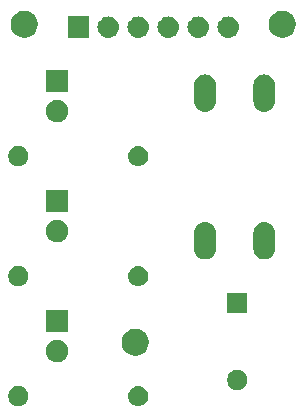
<source format=gbs>
G04 #@! TF.GenerationSoftware,KiCad,Pcbnew,(5.1.2)-1*
G04 #@! TF.CreationDate,2024-09-09T18:42:11+01:00*
G04 #@! TF.ProjectId,Starter_PCB01,53746172-7465-4725-9f50-434230312e6b,rev?*
G04 #@! TF.SameCoordinates,Original*
G04 #@! TF.FileFunction,Soldermask,Bot*
G04 #@! TF.FilePolarity,Negative*
%FSLAX46Y46*%
G04 Gerber Fmt 4.6, Leading zero omitted, Abs format (unit mm)*
G04 Created by KiCad (PCBNEW (5.1.2)-1) date 2024-09-09 18:42:11*
%MOMM*%
%LPD*%
G04 APERTURE LIST*
%ADD10C,0.150000*%
G04 APERTURE END LIST*
D10*
G36*
X158154823Y-102793313D02*
G01*
X158315242Y-102841976D01*
X158382361Y-102877852D01*
X158463078Y-102920996D01*
X158592659Y-103027341D01*
X158699004Y-103156922D01*
X158699005Y-103156924D01*
X158778024Y-103304758D01*
X158826687Y-103465177D01*
X158843117Y-103632000D01*
X158826687Y-103798823D01*
X158778024Y-103959242D01*
X158737477Y-104035100D01*
X158699004Y-104107078D01*
X158592659Y-104236659D01*
X158463078Y-104343004D01*
X158463076Y-104343005D01*
X158315242Y-104422024D01*
X158154823Y-104470687D01*
X158029804Y-104483000D01*
X157946196Y-104483000D01*
X157821177Y-104470687D01*
X157660758Y-104422024D01*
X157512924Y-104343005D01*
X157512922Y-104343004D01*
X157383341Y-104236659D01*
X157276996Y-104107078D01*
X157238523Y-104035100D01*
X157197976Y-103959242D01*
X157149313Y-103798823D01*
X157132883Y-103632000D01*
X157149313Y-103465177D01*
X157197976Y-103304758D01*
X157276995Y-103156924D01*
X157276996Y-103156922D01*
X157383341Y-103027341D01*
X157512922Y-102920996D01*
X157593639Y-102877852D01*
X157660758Y-102841976D01*
X157821177Y-102793313D01*
X157946196Y-102781000D01*
X158029804Y-102781000D01*
X158154823Y-102793313D01*
X158154823Y-102793313D01*
G37*
G36*
X148076228Y-102813703D02*
G01*
X148231100Y-102877853D01*
X148370481Y-102970985D01*
X148489015Y-103089519D01*
X148582147Y-103228900D01*
X148646297Y-103383772D01*
X148679000Y-103548184D01*
X148679000Y-103715816D01*
X148646297Y-103880228D01*
X148582147Y-104035100D01*
X148489015Y-104174481D01*
X148370481Y-104293015D01*
X148231100Y-104386147D01*
X148076228Y-104450297D01*
X147911816Y-104483000D01*
X147744184Y-104483000D01*
X147579772Y-104450297D01*
X147424900Y-104386147D01*
X147285519Y-104293015D01*
X147166985Y-104174481D01*
X147073853Y-104035100D01*
X147009703Y-103880228D01*
X146977000Y-103715816D01*
X146977000Y-103548184D01*
X147009703Y-103383772D01*
X147073853Y-103228900D01*
X147166985Y-103089519D01*
X147285519Y-102970985D01*
X147424900Y-102877853D01*
X147579772Y-102813703D01*
X147744184Y-102781000D01*
X147911816Y-102781000D01*
X148076228Y-102813703D01*
X148076228Y-102813703D01*
G37*
G36*
X166618228Y-101439703D02*
G01*
X166773100Y-101503853D01*
X166912481Y-101596985D01*
X167031015Y-101715519D01*
X167124147Y-101854900D01*
X167188297Y-102009772D01*
X167221000Y-102174184D01*
X167221000Y-102341816D01*
X167188297Y-102506228D01*
X167124147Y-102661100D01*
X167031015Y-102800481D01*
X166912481Y-102919015D01*
X166773100Y-103012147D01*
X166618228Y-103076297D01*
X166453816Y-103109000D01*
X166286184Y-103109000D01*
X166121772Y-103076297D01*
X165966900Y-103012147D01*
X165827519Y-102919015D01*
X165708985Y-102800481D01*
X165615853Y-102661100D01*
X165551703Y-102506228D01*
X165519000Y-102341816D01*
X165519000Y-102174184D01*
X165551703Y-102009772D01*
X165615853Y-101854900D01*
X165708985Y-101715519D01*
X165827519Y-101596985D01*
X165966900Y-101503853D01*
X166121772Y-101439703D01*
X166286184Y-101407000D01*
X166453816Y-101407000D01*
X166618228Y-101439703D01*
X166618228Y-101439703D01*
G37*
G36*
X151407395Y-98907546D02*
G01*
X151580466Y-98979234D01*
X151580467Y-98979235D01*
X151736227Y-99083310D01*
X151868690Y-99215773D01*
X151868691Y-99215775D01*
X151972766Y-99371534D01*
X152044454Y-99544605D01*
X152081000Y-99728333D01*
X152081000Y-99915667D01*
X152044454Y-100099395D01*
X151972766Y-100272466D01*
X151972765Y-100272467D01*
X151868690Y-100428227D01*
X151736227Y-100560690D01*
X151657818Y-100613081D01*
X151580466Y-100664766D01*
X151407395Y-100736454D01*
X151223667Y-100773000D01*
X151036333Y-100773000D01*
X150852605Y-100736454D01*
X150679534Y-100664766D01*
X150602182Y-100613081D01*
X150523773Y-100560690D01*
X150391310Y-100428227D01*
X150287235Y-100272467D01*
X150287234Y-100272466D01*
X150215546Y-100099395D01*
X150179000Y-99915667D01*
X150179000Y-99728333D01*
X150215546Y-99544605D01*
X150287234Y-99371534D01*
X150391309Y-99215775D01*
X150391310Y-99215773D01*
X150523773Y-99083310D01*
X150679533Y-98979235D01*
X150679534Y-98979234D01*
X150852605Y-98907546D01*
X151036333Y-98871000D01*
X151223667Y-98871000D01*
X151407395Y-98907546D01*
X151407395Y-98907546D01*
G37*
G36*
X157958549Y-97931116D02*
G01*
X158069734Y-97953232D01*
X158279203Y-98039997D01*
X158467720Y-98165960D01*
X158628040Y-98326280D01*
X158754003Y-98514797D01*
X158840768Y-98724266D01*
X158885000Y-98946636D01*
X158885000Y-99173364D01*
X158840768Y-99395734D01*
X158754003Y-99605203D01*
X158628040Y-99793720D01*
X158467720Y-99954040D01*
X158279203Y-100080003D01*
X158069734Y-100166768D01*
X157958549Y-100188884D01*
X157847365Y-100211000D01*
X157620635Y-100211000D01*
X157509451Y-100188884D01*
X157398266Y-100166768D01*
X157188797Y-100080003D01*
X157000280Y-99954040D01*
X156839960Y-99793720D01*
X156713997Y-99605203D01*
X156627232Y-99395734D01*
X156583000Y-99173364D01*
X156583000Y-98946636D01*
X156627232Y-98724266D01*
X156713997Y-98514797D01*
X156839960Y-98326280D01*
X157000280Y-98165960D01*
X157188797Y-98039997D01*
X157398266Y-97953232D01*
X157509451Y-97931116D01*
X157620635Y-97909000D01*
X157847365Y-97909000D01*
X157958549Y-97931116D01*
X157958549Y-97931116D01*
G37*
G36*
X152081000Y-98233000D02*
G01*
X150179000Y-98233000D01*
X150179000Y-96331000D01*
X152081000Y-96331000D01*
X152081000Y-98233000D01*
X152081000Y-98233000D01*
G37*
G36*
X167221000Y-96609000D02*
G01*
X165519000Y-96609000D01*
X165519000Y-94907000D01*
X167221000Y-94907000D01*
X167221000Y-96609000D01*
X167221000Y-96609000D01*
G37*
G36*
X158154823Y-92633313D02*
G01*
X158315242Y-92681976D01*
X158382361Y-92717852D01*
X158463078Y-92760996D01*
X158592659Y-92867341D01*
X158699004Y-92996922D01*
X158699005Y-92996924D01*
X158778024Y-93144758D01*
X158826687Y-93305177D01*
X158843117Y-93472000D01*
X158826687Y-93638823D01*
X158778024Y-93799242D01*
X158737477Y-93875100D01*
X158699004Y-93947078D01*
X158592659Y-94076659D01*
X158463078Y-94183004D01*
X158463076Y-94183005D01*
X158315242Y-94262024D01*
X158154823Y-94310687D01*
X158029804Y-94323000D01*
X157946196Y-94323000D01*
X157821177Y-94310687D01*
X157660758Y-94262024D01*
X157512924Y-94183005D01*
X157512922Y-94183004D01*
X157383341Y-94076659D01*
X157276996Y-93947078D01*
X157238523Y-93875100D01*
X157197976Y-93799242D01*
X157149313Y-93638823D01*
X157132883Y-93472000D01*
X157149313Y-93305177D01*
X157197976Y-93144758D01*
X157276995Y-92996924D01*
X157276996Y-92996922D01*
X157383341Y-92867341D01*
X157512922Y-92760996D01*
X157593639Y-92717852D01*
X157660758Y-92681976D01*
X157821177Y-92633313D01*
X157946196Y-92621000D01*
X158029804Y-92621000D01*
X158154823Y-92633313D01*
X158154823Y-92633313D01*
G37*
G36*
X148076228Y-92653703D02*
G01*
X148231100Y-92717853D01*
X148370481Y-92810985D01*
X148489015Y-92929519D01*
X148582147Y-93068900D01*
X148646297Y-93223772D01*
X148679000Y-93388184D01*
X148679000Y-93555816D01*
X148646297Y-93720228D01*
X148582147Y-93875100D01*
X148489015Y-94014481D01*
X148370481Y-94133015D01*
X148231100Y-94226147D01*
X148076228Y-94290297D01*
X147911816Y-94323000D01*
X147744184Y-94323000D01*
X147579772Y-94290297D01*
X147424900Y-94226147D01*
X147285519Y-94133015D01*
X147166985Y-94014481D01*
X147073853Y-93875100D01*
X147009703Y-93720228D01*
X146977000Y-93555816D01*
X146977000Y-93388184D01*
X147009703Y-93223772D01*
X147073853Y-93068900D01*
X147166985Y-92929519D01*
X147285519Y-92810985D01*
X147424900Y-92717853D01*
X147579772Y-92653703D01*
X147744184Y-92621000D01*
X147911816Y-92621000D01*
X148076228Y-92653703D01*
X148076228Y-92653703D01*
G37*
G36*
X168835294Y-88916233D02*
G01*
X169007695Y-88968531D01*
X169166583Y-89053458D01*
X169305849Y-89167751D01*
X169420142Y-89307017D01*
X169505069Y-89465905D01*
X169557367Y-89638306D01*
X169570600Y-89772669D01*
X169570600Y-91183331D01*
X169557367Y-91317694D01*
X169505069Y-91490095D01*
X169420142Y-91648983D01*
X169305849Y-91788249D01*
X169166583Y-91902542D01*
X169007694Y-91987469D01*
X168835293Y-92039767D01*
X168656000Y-92057425D01*
X168476706Y-92039767D01*
X168304305Y-91987469D01*
X168145417Y-91902542D01*
X168006151Y-91788249D01*
X167891858Y-91648983D01*
X167806931Y-91490094D01*
X167754633Y-91317693D01*
X167741400Y-91183330D01*
X167741401Y-89772669D01*
X167754634Y-89638306D01*
X167806932Y-89465905D01*
X167891859Y-89307017D01*
X168006152Y-89167751D01*
X168145418Y-89053458D01*
X168304306Y-88968531D01*
X168476707Y-88916233D01*
X168656000Y-88898575D01*
X168835294Y-88916233D01*
X168835294Y-88916233D01*
G37*
G36*
X163835294Y-88916233D02*
G01*
X164007695Y-88968531D01*
X164166583Y-89053458D01*
X164305849Y-89167751D01*
X164420142Y-89307017D01*
X164505069Y-89465905D01*
X164557367Y-89638306D01*
X164570600Y-89772669D01*
X164570600Y-91183331D01*
X164557367Y-91317694D01*
X164505069Y-91490095D01*
X164420142Y-91648983D01*
X164305849Y-91788249D01*
X164166583Y-91902542D01*
X164007694Y-91987469D01*
X163835293Y-92039767D01*
X163656000Y-92057425D01*
X163476706Y-92039767D01*
X163304305Y-91987469D01*
X163145417Y-91902542D01*
X163006151Y-91788249D01*
X162891858Y-91648983D01*
X162806931Y-91490094D01*
X162754633Y-91317693D01*
X162741400Y-91183330D01*
X162741401Y-89772669D01*
X162754634Y-89638306D01*
X162806932Y-89465905D01*
X162891859Y-89307017D01*
X163006152Y-89167751D01*
X163145418Y-89053458D01*
X163304306Y-88968531D01*
X163476707Y-88916233D01*
X163656000Y-88898575D01*
X163835294Y-88916233D01*
X163835294Y-88916233D01*
G37*
G36*
X151407395Y-88747546D02*
G01*
X151580466Y-88819234D01*
X151580467Y-88819235D01*
X151736227Y-88923310D01*
X151868690Y-89055773D01*
X151868691Y-89055775D01*
X151972766Y-89211534D01*
X152044454Y-89384605D01*
X152081000Y-89568333D01*
X152081000Y-89755667D01*
X152044454Y-89939395D01*
X151972766Y-90112466D01*
X151972765Y-90112467D01*
X151868690Y-90268227D01*
X151736227Y-90400690D01*
X151657818Y-90453081D01*
X151580466Y-90504766D01*
X151407395Y-90576454D01*
X151223667Y-90613000D01*
X151036333Y-90613000D01*
X150852605Y-90576454D01*
X150679534Y-90504766D01*
X150602182Y-90453081D01*
X150523773Y-90400690D01*
X150391310Y-90268227D01*
X150287235Y-90112467D01*
X150287234Y-90112466D01*
X150215546Y-89939395D01*
X150179000Y-89755667D01*
X150179000Y-89568333D01*
X150215546Y-89384605D01*
X150287234Y-89211534D01*
X150391309Y-89055775D01*
X150391310Y-89055773D01*
X150523773Y-88923310D01*
X150679533Y-88819235D01*
X150679534Y-88819234D01*
X150852605Y-88747546D01*
X151036333Y-88711000D01*
X151223667Y-88711000D01*
X151407395Y-88747546D01*
X151407395Y-88747546D01*
G37*
G36*
X152081000Y-88073000D02*
G01*
X150179000Y-88073000D01*
X150179000Y-86171000D01*
X152081000Y-86171000D01*
X152081000Y-88073000D01*
X152081000Y-88073000D01*
G37*
G36*
X158154823Y-82473313D02*
G01*
X158315242Y-82521976D01*
X158382361Y-82557852D01*
X158463078Y-82600996D01*
X158592659Y-82707341D01*
X158699004Y-82836922D01*
X158699005Y-82836924D01*
X158778024Y-82984758D01*
X158826687Y-83145177D01*
X158843117Y-83312000D01*
X158826687Y-83478823D01*
X158778024Y-83639242D01*
X158737477Y-83715100D01*
X158699004Y-83787078D01*
X158592659Y-83916659D01*
X158463078Y-84023004D01*
X158463076Y-84023005D01*
X158315242Y-84102024D01*
X158154823Y-84150687D01*
X158029804Y-84163000D01*
X157946196Y-84163000D01*
X157821177Y-84150687D01*
X157660758Y-84102024D01*
X157512924Y-84023005D01*
X157512922Y-84023004D01*
X157383341Y-83916659D01*
X157276996Y-83787078D01*
X157238523Y-83715100D01*
X157197976Y-83639242D01*
X157149313Y-83478823D01*
X157132883Y-83312000D01*
X157149313Y-83145177D01*
X157197976Y-82984758D01*
X157276995Y-82836924D01*
X157276996Y-82836922D01*
X157383341Y-82707341D01*
X157512922Y-82600996D01*
X157593639Y-82557852D01*
X157660758Y-82521976D01*
X157821177Y-82473313D01*
X157946196Y-82461000D01*
X158029804Y-82461000D01*
X158154823Y-82473313D01*
X158154823Y-82473313D01*
G37*
G36*
X148076228Y-82493703D02*
G01*
X148231100Y-82557853D01*
X148370481Y-82650985D01*
X148489015Y-82769519D01*
X148582147Y-82908900D01*
X148646297Y-83063772D01*
X148679000Y-83228184D01*
X148679000Y-83395816D01*
X148646297Y-83560228D01*
X148582147Y-83715100D01*
X148489015Y-83854481D01*
X148370481Y-83973015D01*
X148231100Y-84066147D01*
X148076228Y-84130297D01*
X147911816Y-84163000D01*
X147744184Y-84163000D01*
X147579772Y-84130297D01*
X147424900Y-84066147D01*
X147285519Y-83973015D01*
X147166985Y-83854481D01*
X147073853Y-83715100D01*
X147009703Y-83560228D01*
X146977000Y-83395816D01*
X146977000Y-83228184D01*
X147009703Y-83063772D01*
X147073853Y-82908900D01*
X147166985Y-82769519D01*
X147285519Y-82650985D01*
X147424900Y-82557853D01*
X147579772Y-82493703D01*
X147744184Y-82461000D01*
X147911816Y-82461000D01*
X148076228Y-82493703D01*
X148076228Y-82493703D01*
G37*
G36*
X151407395Y-78587546D02*
G01*
X151580466Y-78659234D01*
X151657818Y-78710919D01*
X151736227Y-78763310D01*
X151868690Y-78895773D01*
X151868691Y-78895775D01*
X151972766Y-79051534D01*
X152044454Y-79224605D01*
X152081000Y-79408333D01*
X152081000Y-79595667D01*
X152044454Y-79779395D01*
X151972766Y-79952466D01*
X151972765Y-79952467D01*
X151868690Y-80108227D01*
X151736227Y-80240690D01*
X151657818Y-80293081D01*
X151580466Y-80344766D01*
X151407395Y-80416454D01*
X151223667Y-80453000D01*
X151036333Y-80453000D01*
X150852605Y-80416454D01*
X150679534Y-80344766D01*
X150602182Y-80293081D01*
X150523773Y-80240690D01*
X150391310Y-80108227D01*
X150287235Y-79952467D01*
X150287234Y-79952466D01*
X150215546Y-79779395D01*
X150179000Y-79595667D01*
X150179000Y-79408333D01*
X150215546Y-79224605D01*
X150287234Y-79051534D01*
X150391309Y-78895775D01*
X150391310Y-78895773D01*
X150523773Y-78763310D01*
X150602182Y-78710919D01*
X150679534Y-78659234D01*
X150852605Y-78587546D01*
X151036333Y-78551000D01*
X151223667Y-78551000D01*
X151407395Y-78587546D01*
X151407395Y-78587546D01*
G37*
G36*
X163835294Y-76416233D02*
G01*
X164007695Y-76468531D01*
X164166583Y-76553458D01*
X164305849Y-76667751D01*
X164420142Y-76807017D01*
X164505069Y-76965905D01*
X164557367Y-77138306D01*
X164570600Y-77272669D01*
X164570600Y-78683331D01*
X164557367Y-78817694D01*
X164505069Y-78990095D01*
X164420142Y-79148983D01*
X164305849Y-79288249D01*
X164166583Y-79402542D01*
X164007694Y-79487469D01*
X163835293Y-79539767D01*
X163656000Y-79557425D01*
X163476706Y-79539767D01*
X163304305Y-79487469D01*
X163145417Y-79402542D01*
X163006151Y-79288249D01*
X162891858Y-79148983D01*
X162806931Y-78990094D01*
X162754633Y-78817693D01*
X162741400Y-78683330D01*
X162741401Y-77272669D01*
X162754634Y-77138306D01*
X162806932Y-76965905D01*
X162891859Y-76807017D01*
X163006152Y-76667751D01*
X163145418Y-76553458D01*
X163304306Y-76468531D01*
X163476707Y-76416233D01*
X163656000Y-76398575D01*
X163835294Y-76416233D01*
X163835294Y-76416233D01*
G37*
G36*
X168835294Y-76416233D02*
G01*
X169007695Y-76468531D01*
X169166583Y-76553458D01*
X169305849Y-76667751D01*
X169420142Y-76807017D01*
X169505069Y-76965905D01*
X169557367Y-77138306D01*
X169570600Y-77272669D01*
X169570600Y-78683331D01*
X169557367Y-78817694D01*
X169505069Y-78990095D01*
X169420142Y-79148983D01*
X169305849Y-79288249D01*
X169166583Y-79402542D01*
X169007694Y-79487469D01*
X168835293Y-79539767D01*
X168656000Y-79557425D01*
X168476706Y-79539767D01*
X168304305Y-79487469D01*
X168145417Y-79402542D01*
X168006151Y-79288249D01*
X167891858Y-79148983D01*
X167806931Y-78990094D01*
X167754633Y-78817693D01*
X167741400Y-78683330D01*
X167741401Y-77272669D01*
X167754634Y-77138306D01*
X167806932Y-76965905D01*
X167891859Y-76807017D01*
X168006152Y-76667751D01*
X168145418Y-76553458D01*
X168304306Y-76468531D01*
X168476707Y-76416233D01*
X168656000Y-76398575D01*
X168835294Y-76416233D01*
X168835294Y-76416233D01*
G37*
G36*
X152081000Y-77913000D02*
G01*
X150179000Y-77913000D01*
X150179000Y-76011000D01*
X152081000Y-76011000D01*
X152081000Y-77913000D01*
X152081000Y-77913000D01*
G37*
G36*
X155558443Y-71495519D02*
G01*
X155624627Y-71502037D01*
X155794466Y-71553557D01*
X155950991Y-71637222D01*
X155986729Y-71666552D01*
X156088186Y-71749814D01*
X156171448Y-71851271D01*
X156200778Y-71887009D01*
X156284443Y-72043534D01*
X156335963Y-72213373D01*
X156353359Y-72390000D01*
X156335963Y-72566627D01*
X156284443Y-72736466D01*
X156200778Y-72892991D01*
X156171448Y-72928729D01*
X156088186Y-73030186D01*
X155986729Y-73113448D01*
X155950991Y-73142778D01*
X155794466Y-73226443D01*
X155624627Y-73277963D01*
X155558443Y-73284481D01*
X155492260Y-73291000D01*
X155403740Y-73291000D01*
X155337557Y-73284481D01*
X155271373Y-73277963D01*
X155101534Y-73226443D01*
X154945009Y-73142778D01*
X154909271Y-73113448D01*
X154807814Y-73030186D01*
X154724552Y-72928729D01*
X154695222Y-72892991D01*
X154611557Y-72736466D01*
X154560037Y-72566627D01*
X154542641Y-72390000D01*
X154560037Y-72213373D01*
X154611557Y-72043534D01*
X154695222Y-71887009D01*
X154724552Y-71851271D01*
X154807814Y-71749814D01*
X154909271Y-71666552D01*
X154945009Y-71637222D01*
X155101534Y-71553557D01*
X155271373Y-71502037D01*
X155337557Y-71495519D01*
X155403740Y-71489000D01*
X155492260Y-71489000D01*
X155558443Y-71495519D01*
X155558443Y-71495519D01*
G37*
G36*
X158098443Y-71495519D02*
G01*
X158164627Y-71502037D01*
X158334466Y-71553557D01*
X158490991Y-71637222D01*
X158526729Y-71666552D01*
X158628186Y-71749814D01*
X158711448Y-71851271D01*
X158740778Y-71887009D01*
X158824443Y-72043534D01*
X158875963Y-72213373D01*
X158893359Y-72390000D01*
X158875963Y-72566627D01*
X158824443Y-72736466D01*
X158740778Y-72892991D01*
X158711448Y-72928729D01*
X158628186Y-73030186D01*
X158526729Y-73113448D01*
X158490991Y-73142778D01*
X158334466Y-73226443D01*
X158164627Y-73277963D01*
X158098443Y-73284481D01*
X158032260Y-73291000D01*
X157943740Y-73291000D01*
X157877557Y-73284481D01*
X157811373Y-73277963D01*
X157641534Y-73226443D01*
X157485009Y-73142778D01*
X157449271Y-73113448D01*
X157347814Y-73030186D01*
X157264552Y-72928729D01*
X157235222Y-72892991D01*
X157151557Y-72736466D01*
X157100037Y-72566627D01*
X157082641Y-72390000D01*
X157100037Y-72213373D01*
X157151557Y-72043534D01*
X157235222Y-71887009D01*
X157264552Y-71851271D01*
X157347814Y-71749814D01*
X157449271Y-71666552D01*
X157485009Y-71637222D01*
X157641534Y-71553557D01*
X157811373Y-71502037D01*
X157877557Y-71495519D01*
X157943740Y-71489000D01*
X158032260Y-71489000D01*
X158098443Y-71495519D01*
X158098443Y-71495519D01*
G37*
G36*
X160638443Y-71495519D02*
G01*
X160704627Y-71502037D01*
X160874466Y-71553557D01*
X161030991Y-71637222D01*
X161066729Y-71666552D01*
X161168186Y-71749814D01*
X161251448Y-71851271D01*
X161280778Y-71887009D01*
X161364443Y-72043534D01*
X161415963Y-72213373D01*
X161433359Y-72390000D01*
X161415963Y-72566627D01*
X161364443Y-72736466D01*
X161280778Y-72892991D01*
X161251448Y-72928729D01*
X161168186Y-73030186D01*
X161066729Y-73113448D01*
X161030991Y-73142778D01*
X160874466Y-73226443D01*
X160704627Y-73277963D01*
X160638443Y-73284481D01*
X160572260Y-73291000D01*
X160483740Y-73291000D01*
X160417557Y-73284481D01*
X160351373Y-73277963D01*
X160181534Y-73226443D01*
X160025009Y-73142778D01*
X159989271Y-73113448D01*
X159887814Y-73030186D01*
X159804552Y-72928729D01*
X159775222Y-72892991D01*
X159691557Y-72736466D01*
X159640037Y-72566627D01*
X159622641Y-72390000D01*
X159640037Y-72213373D01*
X159691557Y-72043534D01*
X159775222Y-71887009D01*
X159804552Y-71851271D01*
X159887814Y-71749814D01*
X159989271Y-71666552D01*
X160025009Y-71637222D01*
X160181534Y-71553557D01*
X160351373Y-71502037D01*
X160417557Y-71495519D01*
X160483740Y-71489000D01*
X160572260Y-71489000D01*
X160638443Y-71495519D01*
X160638443Y-71495519D01*
G37*
G36*
X163178443Y-71495519D02*
G01*
X163244627Y-71502037D01*
X163414466Y-71553557D01*
X163570991Y-71637222D01*
X163606729Y-71666552D01*
X163708186Y-71749814D01*
X163791448Y-71851271D01*
X163820778Y-71887009D01*
X163904443Y-72043534D01*
X163955963Y-72213373D01*
X163973359Y-72390000D01*
X163955963Y-72566627D01*
X163904443Y-72736466D01*
X163820778Y-72892991D01*
X163791448Y-72928729D01*
X163708186Y-73030186D01*
X163606729Y-73113448D01*
X163570991Y-73142778D01*
X163414466Y-73226443D01*
X163244627Y-73277963D01*
X163178443Y-73284481D01*
X163112260Y-73291000D01*
X163023740Y-73291000D01*
X162957557Y-73284481D01*
X162891373Y-73277963D01*
X162721534Y-73226443D01*
X162565009Y-73142778D01*
X162529271Y-73113448D01*
X162427814Y-73030186D01*
X162344552Y-72928729D01*
X162315222Y-72892991D01*
X162231557Y-72736466D01*
X162180037Y-72566627D01*
X162162641Y-72390000D01*
X162180037Y-72213373D01*
X162231557Y-72043534D01*
X162315222Y-71887009D01*
X162344552Y-71851271D01*
X162427814Y-71749814D01*
X162529271Y-71666552D01*
X162565009Y-71637222D01*
X162721534Y-71553557D01*
X162891373Y-71502037D01*
X162957557Y-71495519D01*
X163023740Y-71489000D01*
X163112260Y-71489000D01*
X163178443Y-71495519D01*
X163178443Y-71495519D01*
G37*
G36*
X165718443Y-71495519D02*
G01*
X165784627Y-71502037D01*
X165954466Y-71553557D01*
X166110991Y-71637222D01*
X166146729Y-71666552D01*
X166248186Y-71749814D01*
X166331448Y-71851271D01*
X166360778Y-71887009D01*
X166444443Y-72043534D01*
X166495963Y-72213373D01*
X166513359Y-72390000D01*
X166495963Y-72566627D01*
X166444443Y-72736466D01*
X166360778Y-72892991D01*
X166331448Y-72928729D01*
X166248186Y-73030186D01*
X166146729Y-73113448D01*
X166110991Y-73142778D01*
X165954466Y-73226443D01*
X165784627Y-73277963D01*
X165718443Y-73284481D01*
X165652260Y-73291000D01*
X165563740Y-73291000D01*
X165497557Y-73284481D01*
X165431373Y-73277963D01*
X165261534Y-73226443D01*
X165105009Y-73142778D01*
X165069271Y-73113448D01*
X164967814Y-73030186D01*
X164884552Y-72928729D01*
X164855222Y-72892991D01*
X164771557Y-72736466D01*
X164720037Y-72566627D01*
X164702641Y-72390000D01*
X164720037Y-72213373D01*
X164771557Y-72043534D01*
X164855222Y-71887009D01*
X164884552Y-71851271D01*
X164967814Y-71749814D01*
X165069271Y-71666552D01*
X165105009Y-71637222D01*
X165261534Y-71553557D01*
X165431373Y-71502037D01*
X165497557Y-71495519D01*
X165563740Y-71489000D01*
X165652260Y-71489000D01*
X165718443Y-71495519D01*
X165718443Y-71495519D01*
G37*
G36*
X153809000Y-73291000D02*
G01*
X152007000Y-73291000D01*
X152007000Y-71489000D01*
X153809000Y-71489000D01*
X153809000Y-73291000D01*
X153809000Y-73291000D01*
G37*
G36*
X170404549Y-71007116D02*
G01*
X170515734Y-71029232D01*
X170725203Y-71115997D01*
X170913720Y-71241960D01*
X171074040Y-71402280D01*
X171200003Y-71590797D01*
X171200004Y-71590799D01*
X171219233Y-71637222D01*
X171286768Y-71800266D01*
X171331000Y-72022636D01*
X171331000Y-72249364D01*
X171286768Y-72471734D01*
X171200003Y-72681203D01*
X171074040Y-72869720D01*
X170913720Y-73030040D01*
X170725203Y-73156003D01*
X170515734Y-73242768D01*
X170404549Y-73264884D01*
X170293365Y-73287000D01*
X170066635Y-73287000D01*
X169955451Y-73264884D01*
X169844266Y-73242768D01*
X169634797Y-73156003D01*
X169446280Y-73030040D01*
X169285960Y-72869720D01*
X169159997Y-72681203D01*
X169073232Y-72471734D01*
X169029000Y-72249364D01*
X169029000Y-72022636D01*
X169073232Y-71800266D01*
X169140767Y-71637222D01*
X169159996Y-71590799D01*
X169159997Y-71590797D01*
X169285960Y-71402280D01*
X169446280Y-71241960D01*
X169634797Y-71115997D01*
X169844266Y-71029232D01*
X169955451Y-71007116D01*
X170066635Y-70985000D01*
X170293365Y-70985000D01*
X170404549Y-71007116D01*
X170404549Y-71007116D01*
G37*
G36*
X148560549Y-71007116D02*
G01*
X148671734Y-71029232D01*
X148881203Y-71115997D01*
X149069720Y-71241960D01*
X149230040Y-71402280D01*
X149356003Y-71590797D01*
X149356004Y-71590799D01*
X149375233Y-71637222D01*
X149442768Y-71800266D01*
X149487000Y-72022636D01*
X149487000Y-72249364D01*
X149442768Y-72471734D01*
X149356003Y-72681203D01*
X149230040Y-72869720D01*
X149069720Y-73030040D01*
X148881203Y-73156003D01*
X148671734Y-73242768D01*
X148560549Y-73264884D01*
X148449365Y-73287000D01*
X148222635Y-73287000D01*
X148111451Y-73264884D01*
X148000266Y-73242768D01*
X147790797Y-73156003D01*
X147602280Y-73030040D01*
X147441960Y-72869720D01*
X147315997Y-72681203D01*
X147229232Y-72471734D01*
X147185000Y-72249364D01*
X147185000Y-72022636D01*
X147229232Y-71800266D01*
X147296767Y-71637222D01*
X147315996Y-71590799D01*
X147315997Y-71590797D01*
X147441960Y-71402280D01*
X147602280Y-71241960D01*
X147790797Y-71115997D01*
X148000266Y-71029232D01*
X148111451Y-71007116D01*
X148222635Y-70985000D01*
X148449365Y-70985000D01*
X148560549Y-71007116D01*
X148560549Y-71007116D01*
G37*
M02*

</source>
